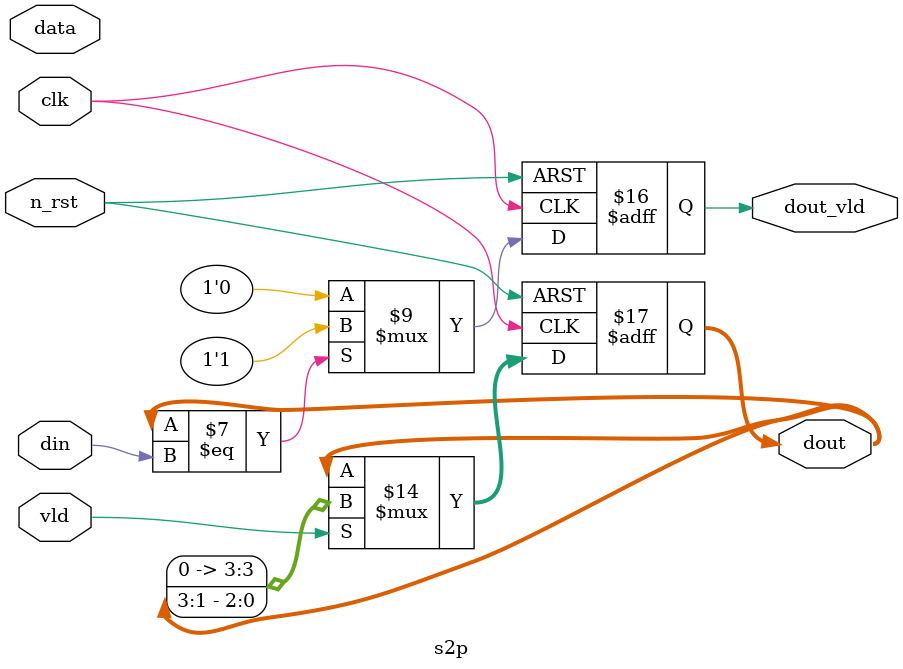
<source format=v>
module s2p(
    clk,
    n_rst,
    din,
    data,
    vld,
    dout,
    dout_vld
);

input                   clk;
input                   n_rst;

input                   din;
input                   data;
input                   vld;

output  reg     [3:0]   dout;  
output  reg             dout_vld;

// dout FF
always @(posedge clk or negedge n_rst) begin
    if (!n_rst) begin
        dout <= 4'b0000;
    end

    else begin
        if (vld == 1'b1) begin
            if (data == 1'b1) begin
                dout[3] <= 1'b1;
                dout <= {1'b0, dout[3:1]};
            end

            else begin // data == 1'b0
                dout[3] <= 1'b0;
                dout <= {1'b0, dout[3:1]};
            end
        end

        else begin // vld == 1'b0
            dout <= dout;
        end
    end
end


// dout_vld FF
always @(posedge clk or negedge n_rst) begin
    if (!n_rst) begin
        dout_vld <= 1'b0;
    end

    else begin
        if (dout == din) begin
            dout_vld <= 1'b1;
        end

        else begin
            dout_vld <= 1'b0;
        end

    end
            
end

endmodule
</source>
